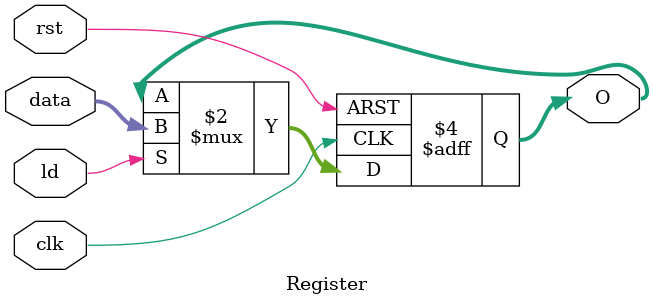
<source format=v>
`timescale 1ns / 1ps
module Register #(parameter size=8) (input clk, ld, rst, input [size-1:0]data, output reg [size-1:0]O);
  always @(posedge clk, posedge rst) begin
    if(rst)
	  O <= {(size){1'b0}};
	else if(ld)
      O <= data;
  end
endmodule

</source>
